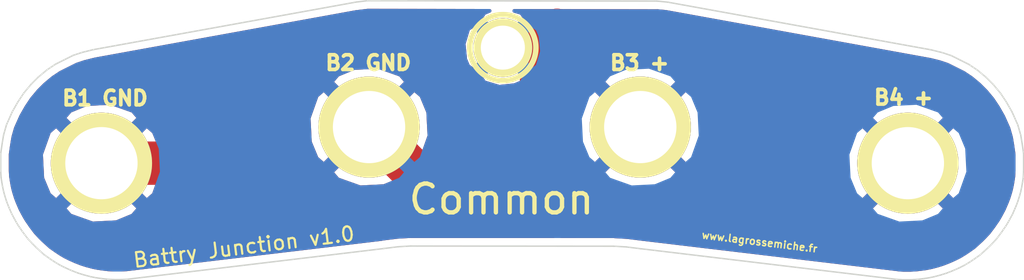
<source format=kicad_pcb>
(kicad_pcb (version 3) (host pcbnew "(2013-07-07 BZR 4022)-stable")

  (general
    (links 4)
    (no_connects 0)
    (area 65.737499 121.313 136.550001 144.05)
    (thickness 1.6)
    (drawings 115)
    (tracks 19)
    (zones 0)
    (modules 5)
    (nets 2)
  )

  (page A3)
  (layers
    (15 F.Cu signal)
    (0 B.Cu signal)
    (16 B.Adhes user hide)
    (17 F.Adhes user hide)
    (18 B.Paste user hide)
    (19 F.Paste user hide)
    (20 B.SilkS user)
    (21 F.SilkS user)
    (22 B.Mask user hide)
    (23 F.Mask user hide)
    (24 Dwgs.User user hide)
    (25 Cmts.User user hide)
    (26 Eco1.User user hide)
    (27 Eco2.User user)
    (28 Edge.Cuts user)
  )

  (setup
    (last_trace_width 3)
    (user_trace_width 3)
    (user_trace_width 5)
    (trace_clearance 0.254)
    (zone_clearance 0.508)
    (zone_45_only no)
    (trace_min 0.254)
    (segment_width 0.2)
    (edge_width 0.1)
    (via_size 0.889)
    (via_drill 0.635)
    (via_min_size 0.889)
    (via_min_drill 0.508)
    (uvia_size 0.508)
    (uvia_drill 0.127)
    (uvias_allowed no)
    (uvia_min_size 0.508)
    (uvia_min_drill 0.127)
    (pcb_text_width 0.3)
    (pcb_text_size 1.5 1.5)
    (mod_edge_width 0.15)
    (mod_text_size 1 1)
    (mod_text_width 0.15)
    (pad_size 3 4)
    (pad_drill 0)
    (pad_to_mask_clearance 0)
    (aux_axis_origin 72.75 133.25)
    (visible_elements 7FFFFFFF)
    (pcbplotparams
      (layerselection 268468225)
      (usegerberextensions true)
      (excludeedgelayer false)
      (linewidth 0.150000)
      (plotframeref false)
      (viasonmask false)
      (mode 1)
      (useauxorigin true)
      (hpglpennumber 1)
      (hpglpenspeed 20)
      (hpglpendiameter 15)
      (hpglpenoverlay 2)
      (psnegative false)
      (psa4output false)
      (plotreference false)
      (plotvalue false)
      (plotothertext false)
      (plotinvisibletext false)
      (padsonsilk false)
      (subtractmaskfromsilk false)
      (outputformat 1)
      (mirror false)
      (drillshape 0)
      (scaleselection 1)
      (outputdirectory gerber/common/))
  )

  (net 0 "")
  (net 1 GND)

  (net_class Default "This is the default net class."
    (clearance 0.254)
    (trace_width 0.254)
    (via_dia 0.889)
    (via_drill 0.635)
    (uvia_dia 0.508)
    (uvia_drill 0.127)
    (add_net "")
    (add_net GND)
  )

  (module 1pin (layer F.Cu) (tedit 5322CA74) (tstamp 52583440)
    (at 91.25 130.75)
    (descr "module 1 pin (ou trou mecanique de percage)")
    (tags DEV)
    (path /5257E8D2)
    (fp_text reference "B2 GND" (at -0.05 -4.45) (layer F.SilkS)
      (effects (font (size 1.016 1.016) (thickness 0.254)))
    )
    (fp_text value CONN_1 (at 0 2.794) (layer F.SilkS) hide
      (effects (font (size 1.016 1.016) (thickness 0.254)))
    )
    (fp_circle (center 0 0) (end 0 -2.286) (layer F.SilkS) (width 0.381))
    (pad 1 thru_hole circle (at 0 0) (size 7 7) (drill 5)
      (layers *.Cu *.Mask F.SilkS)
      (net 1 GND)
    )
  )

  (module 1pin (layer F.Cu) (tedit 5322CA6A) (tstamp 52583446)
    (at 72.75 133.25)
    (descr "module 1 pin (ou trou mecanique de percage)")
    (tags DEV)
    (path /5257E8E1)
    (fp_text reference "B1 GND" (at 0.25 -4.5) (layer F.SilkS)
      (effects (font (size 1.016 1.016) (thickness 0.254)))
    )
    (fp_text value CONN_1 (at 0 2.794) (layer F.SilkS) hide
      (effects (font (size 1.016 1.016) (thickness 0.254)))
    )
    (fp_circle (center 0 0) (end 0 -2.286) (layer F.SilkS) (width 0.381))
    (pad 1 thru_hole circle (at 0 0) (size 7 7) (drill 5)
      (layers *.Cu *.Mask F.SilkS)
      (net 1 GND)
    )
  )

  (module 1pin (layer F.Cu) (tedit 5322CA95) (tstamp 5258344C)
    (at 110 130.75)
    (descr "module 1 pin (ou trou mecanique de percage)")
    (tags DEV)
    (path /5257E8F0)
    (fp_text reference "B3 +" (at -0.05 -4.45) (layer F.SilkS)
      (effects (font (size 1.016 1.016) (thickness 0.254)))
    )
    (fp_text value CONN_1 (at 0 2.794) (layer F.SilkS) hide
      (effects (font (size 1.016 1.016) (thickness 0.254)))
    )
    (fp_circle (center 0 0) (end 0 -2.286) (layer F.SilkS) (width 0.381))
    (pad 1 thru_hole circle (at 0 0) (size 7 7) (drill 5)
      (layers *.Cu *.Mask F.SilkS)
      (net 1 GND)
    )
  )

  (module 1pin (layer F.Cu) (tedit 5322CAA1) (tstamp 52583452)
    (at 128.5 133.25)
    (descr "module 1 pin (ou trou mecanique de percage)")
    (tags DEV)
    (path /5257E8FF)
    (fp_text reference "B4 +" (at -0.3 -4.55) (layer F.SilkS)
      (effects (font (size 1.016 1.016) (thickness 0.254)))
    )
    (fp_text value CONN_1 (at 0 2.794) (layer F.SilkS) hide
      (effects (font (size 1.016 1.016) (thickness 0.254)))
    )
    (fp_circle (center 0 0) (end 0 -2.286) (layer F.SilkS) (width 0.381))
    (pad 1 thru_hole circle (at 0 0) (size 7 7) (drill 5)
      (layers *.Cu *.Mask F.SilkS)
      (net 1 GND)
    )
  )

  (module 1pin (layer F.Cu) (tedit 531725EB) (tstamp 525834E8)
    (at 100.5 125.25)
    (descr "module 1 pin (ou trou mecanique de percage)")
    (tags DEV)
    (path /5257EBE6)
    (fp_text reference P5 (at 0 -3.048) (layer F.SilkS) hide
      (effects (font (size 1.016 1.016) (thickness 0.254)))
    )
    (fp_text value CONN_1 (at 0 2.794) (layer F.SilkS) hide
      (effects (font (size 1.016 1.016) (thickness 0.254)))
    )
    (fp_circle (center 0 0) (end 0 -2.286) (layer F.SilkS) (width 0.381))
    (pad 1 thru_hole circle (at 0 0) (size 4.064 4.064) (drill 3.048)
      (layers *.Cu *.Mask F.SilkS)
      (net 1 GND)
    )
  )

  (gr_text www.lagrossemiche.fr (at 118.25 138.7 353) (layer F.SilkS)
    (effects (font (size 0.5 0.5) (thickness 0.1)))
  )
  (gr_text "Battry Junction v1.0" (at 82.6 139.05 7) (layer F.SilkS)
    (effects (font (size 1 1) (thickness 0.15)))
  )
  (gr_text "Top\nBattry Junction v1.0\nLagrossemiche" (at 97.1 138.05) (layer Dwgs.User)
    (effects (font (size 1.5 1.5) (thickness 0.3)))
  )
  (gr_text Common (at 100.4 135.75) (layer F.SilkS)
    (effects (font (size 2 2) (thickness 0.3)))
  )
  (gr_line (start 94.14 138.99) (end 108.16 139) (angle 90) (layer Edge.Cuts) (width 0.1))
  (gr_line (start 91.125 122) (end 90.39 122.09) (angle 90) (layer Edge.Cuts) (width 0.1))
  (gr_line (start 111.15 122.025) (end 91.125 122) (angle 90) (layer Edge.Cuts) (width 0.1))
  (gr_line (start 90.3875 122.0875) (end 72.1875 125.3875) (angle 90) (layer Edge.Cuts) (width 0.1) (tstamp 5317020E))
  (gr_line (start 72.1875 125.3875) (end 71.3875 125.5875) (angle 90) (layer Edge.Cuts) (width 0.1) (tstamp 5317020D))
  (gr_line (start 71.3875 125.5875) (end 70.7875 125.7875) (angle 90) (layer Edge.Cuts) (width 0.1) (tstamp 5317020C))
  (gr_line (start 70.7875 125.7875) (end 70.1875 126.0875) (angle 90) (layer Edge.Cuts) (width 0.1) (tstamp 5317020B))
  (gr_line (start 70.1875 126.0875) (end 69.5875 126.3875) (angle 90) (layer Edge.Cuts) (width 0.1) (tstamp 5317020A))
  (gr_line (start 69.5875 126.3875) (end 68.9875 126.7875) (angle 90) (layer Edge.Cuts) (width 0.1) (tstamp 53170209))
  (gr_line (start 68.9875 126.7875) (end 68.3875 127.2875) (angle 90) (layer Edge.Cuts) (width 0.1) (tstamp 53170208))
  (gr_line (start 68.3875 127.2875) (end 67.8875 127.7875) (angle 90) (layer Edge.Cuts) (width 0.1) (tstamp 53170207))
  (gr_line (start 67.8875 127.7875) (end 67.3875 128.3875) (angle 90) (layer Edge.Cuts) (width 0.1) (tstamp 53170206))
  (gr_line (start 67.3875 128.3875) (end 66.9875 128.9875) (angle 90) (layer Edge.Cuts) (width 0.1) (tstamp 53170205))
  (gr_line (start 66.9875 128.9875) (end 66.5875 129.6875) (angle 90) (layer Edge.Cuts) (width 0.1) (tstamp 53170204))
  (gr_line (start 66.5875 129.6875) (end 66.1875 130.5875) (angle 90) (layer Edge.Cuts) (width 0.1) (tstamp 53170203))
  (gr_line (start 66.1875 130.5875) (end 65.9875 131.2875) (angle 90) (layer Edge.Cuts) (width 0.1) (tstamp 53170202))
  (gr_line (start 65.9875 131.2875) (end 65.8875 131.8875) (angle 90) (layer Edge.Cuts) (width 0.1) (tstamp 53170201))
  (gr_line (start 65.8875 131.8875) (end 65.7875 132.5875) (angle 90) (layer Edge.Cuts) (width 0.1) (tstamp 53170200))
  (gr_line (start 65.7875 132.5875) (end 65.7875 133.7875) (angle 90) (layer Edge.Cuts) (width 0.1) (tstamp 531701FF))
  (gr_line (start 65.7875 133.7875) (end 65.8125 134.2375) (angle 90) (layer Edge.Cuts) (width 0.1) (tstamp 531701FE))
  (gr_line (start 65.8125 134.2375) (end 65.8625 134.5625) (angle 90) (layer Edge.Cuts) (width 0.1) (tstamp 531701FD))
  (gr_line (start 65.8625 134.5625) (end 65.9125 134.8625) (angle 90) (layer Edge.Cuts) (width 0.1) (tstamp 531701FC))
  (gr_line (start 65.9125 134.8625) (end 65.9875 135.2125) (angle 90) (layer Edge.Cuts) (width 0.1) (tstamp 531701FB))
  (gr_line (start 65.9875 135.2125) (end 66.0625 135.4875) (angle 90) (layer Edge.Cuts) (width 0.1) (tstamp 531701FA))
  (gr_line (start 66.0625 135.4875) (end 66.1875 135.8875) (angle 90) (layer Edge.Cuts) (width 0.1) (tstamp 531701F9))
  (gr_line (start 66.1875 135.8875) (end 66.3125 136.2125) (angle 90) (layer Edge.Cuts) (width 0.1) (tstamp 531701F8))
  (gr_line (start 66.3125 136.2125) (end 66.3875 136.3875) (angle 90) (layer Edge.Cuts) (width 0.1) (tstamp 531701F7))
  (gr_line (start 66.3875 136.3875) (end 66.5375 136.7375) (angle 90) (layer Edge.Cuts) (width 0.1) (tstamp 531701F6))
  (gr_line (start 66.5375 136.7375) (end 66.7375 137.1125) (angle 90) (layer Edge.Cuts) (width 0.1) (tstamp 531701F5))
  (gr_line (start 66.7375 137.1125) (end 66.8625 137.3375) (angle 90) (layer Edge.Cuts) (width 0.1) (tstamp 531701F4))
  (gr_line (start 66.8625 137.3375) (end 67.0125 137.5875) (angle 90) (layer Edge.Cuts) (width 0.1) (tstamp 531701F3))
  (gr_line (start 67.0125 137.5875) (end 67.1875 137.8375) (angle 90) (layer Edge.Cuts) (width 0.1) (tstamp 531701F2))
  (gr_line (start 67.1875 137.8375) (end 67.2875 137.9875) (angle 90) (layer Edge.Cuts) (width 0.1) (tstamp 531701F1))
  (gr_line (start 67.2875 137.9875) (end 67.4375 138.1875) (angle 90) (layer Edge.Cuts) (width 0.1) (tstamp 531701F0))
  (gr_line (start 67.4375 138.1875) (end 67.6625 138.4875) (angle 90) (layer Edge.Cuts) (width 0.1) (tstamp 531701EF))
  (gr_line (start 67.6625 138.4875) (end 67.9875 138.8375) (angle 90) (layer Edge.Cuts) (width 0.1) (tstamp 531701EE))
  (gr_line (start 67.9875 138.8375) (end 68.2375 139.0875) (angle 90) (layer Edge.Cuts) (width 0.1) (tstamp 531701ED))
  (gr_line (start 68.2375 139.0875) (end 68.5125 139.3375) (angle 90) (layer Edge.Cuts) (width 0.1) (tstamp 531701EC))
  (gr_line (start 68.5125 139.3375) (end 68.7875 139.5875) (angle 90) (layer Edge.Cuts) (width 0.1) (tstamp 531701EB))
  (gr_line (start 68.7875 139.5875) (end 69.2125 139.8875) (angle 90) (layer Edge.Cuts) (width 0.1) (tstamp 531701EA))
  (gr_line (start 69.2125 139.8875) (end 69.5125 140.0875) (angle 90) (layer Edge.Cuts) (width 0.1) (tstamp 531701E9))
  (gr_line (start 69.5125 140.0875) (end 69.8875 140.3125) (angle 90) (layer Edge.Cuts) (width 0.1) (tstamp 531701E8))
  (gr_line (start 69.8875 140.3125) (end 70.2375 140.4875) (angle 90) (layer Edge.Cuts) (width 0.1) (tstamp 531701E7))
  (gr_line (start 70.2375 140.4875) (end 70.6875 140.6875) (angle 90) (layer Edge.Cuts) (width 0.1) (tstamp 531701E6))
  (gr_line (start 70.6875 140.6875) (end 71.1375 140.8625) (angle 90) (layer Edge.Cuts) (width 0.1) (tstamp 531701E5))
  (gr_line (start 71.1375 140.8625) (end 71.5375 140.9875) (angle 90) (layer Edge.Cuts) (width 0.1) (tstamp 531701E4))
  (gr_line (start 71.5375 140.9875) (end 72.0125 141.1125) (angle 90) (layer Edge.Cuts) (width 0.1) (tstamp 531701E3))
  (gr_line (start 72.0125 141.1125) (end 72.3875 141.1875) (angle 90) (layer Edge.Cuts) (width 0.1) (tstamp 531701E2))
  (gr_line (start 72.3875 141.1875) (end 72.7375 141.2375) (angle 90) (layer Edge.Cuts) (width 0.1) (tstamp 531701E1))
  (gr_line (start 72.7375 141.2375) (end 73.1625 141.2875) (angle 90) (layer Edge.Cuts) (width 0.1) (tstamp 531701E0))
  (gr_line (start 73.1625 141.2875) (end 73.5875 141.3125) (angle 90) (layer Edge.Cuts) (width 0.1) (tstamp 531701DF))
  (gr_line (start 73.5875 141.3125) (end 74.1125 141.3125) (angle 90) (layer Edge.Cuts) (width 0.1) (tstamp 531701DE))
  (gr_line (start 74.1125 141.3125) (end 74.5375 141.2875) (angle 90) (layer Edge.Cuts) (width 0.1) (tstamp 531701DD))
  (gr_line (start 74.5375 141.2875) (end 92.2625 139.1625) (angle 90) (layer Edge.Cuts) (width 0.1) (tstamp 531701DC))
  (gr_line (start 92.2625 139.1625) (end 93.2625 139.0375) (angle 90) (layer Edge.Cuts) (width 0.1) (tstamp 531701DB))
  (gr_line (start 93.2625 139.0375) (end 94.1375 138.9875) (angle 90) (layer Edge.Cuts) (width 0.1) (tstamp 531701DA))
  (gr_line (start 111.925 122.1) (end 111.15 122.025) (angle 90) (layer Edge.Cuts) (width 0.1))
  (gr_line (start 109.025 139.05) (end 108.15 139) (angle 90) (layer Edge.Cuts) (width 0.1))
  (gr_line (start 110.025 139.175) (end 109.025 139.05) (angle 90) (layer Edge.Cuts) (width 0.1))
  (gr_line (start 127.75 141.3) (end 110.025 139.175) (angle 90) (layer Edge.Cuts) (width 0.1))
  (gr_line (start 128.175 141.325) (end 127.75 141.3) (angle 90) (layer Edge.Cuts) (width 0.1))
  (gr_line (start 128.7 141.325) (end 128.175 141.325) (angle 90) (layer Edge.Cuts) (width 0.1))
  (gr_line (start 129.125 141.3) (end 128.7 141.325) (angle 90) (layer Edge.Cuts) (width 0.1))
  (gr_line (start 129.55 141.25) (end 129.125 141.3) (angle 90) (layer Edge.Cuts) (width 0.1))
  (gr_line (start 129.9 141.2) (end 129.55 141.25) (angle 90) (layer Edge.Cuts) (width 0.1))
  (gr_line (start 130.275 141.125) (end 129.9 141.2) (angle 90) (layer Edge.Cuts) (width 0.1))
  (gr_line (start 130.75 141) (end 130.275 141.125) (angle 90) (layer Edge.Cuts) (width 0.1))
  (gr_line (start 131.15 140.875) (end 130.75 141) (angle 90) (layer Edge.Cuts) (width 0.1))
  (gr_line (start 131.6 140.7) (end 131.15 140.875) (angle 90) (layer Edge.Cuts) (width 0.1))
  (gr_line (start 132.05 140.5) (end 131.6 140.7) (angle 90) (layer Edge.Cuts) (width 0.1))
  (gr_line (start 132.4 140.325) (end 132.05 140.5) (angle 90) (layer Edge.Cuts) (width 0.1))
  (gr_line (start 132.775 140.1) (end 132.4 140.325) (angle 90) (layer Edge.Cuts) (width 0.1))
  (gr_line (start 133.075 139.9) (end 132.775 140.1) (angle 90) (layer Edge.Cuts) (width 0.1))
  (gr_line (start 133.5 139.6) (end 133.075 139.9) (angle 90) (layer Edge.Cuts) (width 0.1))
  (gr_line (start 133.775 139.35) (end 133.5 139.6) (angle 90) (layer Edge.Cuts) (width 0.1))
  (gr_line (start 134.05 139.1) (end 133.775 139.35) (angle 90) (layer Edge.Cuts) (width 0.1))
  (gr_line (start 134.3 138.85) (end 134.05 139.1) (angle 90) (layer Edge.Cuts) (width 0.1))
  (gr_line (start 134.625 138.5) (end 134.3 138.85) (angle 90) (layer Edge.Cuts) (width 0.1))
  (gr_line (start 134.85 138.2) (end 134.625 138.5) (angle 90) (layer Edge.Cuts) (width 0.1))
  (gr_line (start 135 138) (end 134.85 138.2) (angle 90) (layer Edge.Cuts) (width 0.1))
  (gr_line (start 135.1 137.85) (end 135 138) (angle 90) (layer Edge.Cuts) (width 0.1))
  (gr_line (start 135.275 137.6) (end 135.1 137.85) (angle 90) (layer Edge.Cuts) (width 0.1))
  (gr_line (start 135.425 137.35) (end 135.275 137.6) (angle 90) (layer Edge.Cuts) (width 0.1))
  (gr_line (start 135.55 137.125) (end 135.425 137.35) (angle 90) (layer Edge.Cuts) (width 0.1))
  (gr_line (start 135.75 136.75) (end 135.55 137.125) (angle 90) (layer Edge.Cuts) (width 0.1))
  (gr_line (start 135.9 136.4) (end 135.75 136.75) (angle 90) (layer Edge.Cuts) (width 0.1))
  (gr_line (start 135.975 136.225) (end 135.9 136.4) (angle 90) (layer Edge.Cuts) (width 0.1))
  (gr_line (start 136.1 135.9) (end 135.975 136.225) (angle 90) (layer Edge.Cuts) (width 0.1))
  (gr_line (start 136.225 135.5) (end 136.1 135.9) (angle 90) (layer Edge.Cuts) (width 0.1))
  (gr_line (start 136.3 135.225) (end 136.225 135.5) (angle 90) (layer Edge.Cuts) (width 0.1))
  (gr_line (start 136.375 134.875) (end 136.3 135.225) (angle 90) (layer Edge.Cuts) (width 0.1))
  (gr_line (start 136.425 134.575) (end 136.375 134.875) (angle 90) (layer Edge.Cuts) (width 0.1))
  (gr_line (start 136.475 134.25) (end 136.425 134.575) (angle 90) (layer Edge.Cuts) (width 0.1))
  (gr_line (start 136.5 133.8) (end 136.475 134.25) (angle 90) (layer Edge.Cuts) (width 0.1))
  (gr_line (start 136.5 132.6) (end 136.5 133.8) (angle 90) (layer Edge.Cuts) (width 0.1))
  (gr_line (start 136.4 131.9) (end 136.5 132.6) (angle 90) (layer Edge.Cuts) (width 0.1))
  (gr_line (start 136.3 131.3) (end 136.4 131.9) (angle 90) (layer Edge.Cuts) (width 0.1))
  (gr_line (start 136.1 130.6) (end 136.3 131.3) (angle 90) (layer Edge.Cuts) (width 0.1))
  (gr_line (start 135.7 129.7) (end 136.1 130.6) (angle 90) (layer Edge.Cuts) (width 0.1))
  (gr_line (start 135.3 129) (end 135.7 129.7) (angle 90) (layer Edge.Cuts) (width 0.1))
  (gr_line (start 134.9 128.4) (end 135.3 129) (angle 90) (layer Edge.Cuts) (width 0.1))
  (gr_line (start 134.4 127.8) (end 134.9 128.4) (angle 90) (layer Edge.Cuts) (width 0.1))
  (gr_line (start 133.9 127.3) (end 134.4 127.8) (angle 90) (layer Edge.Cuts) (width 0.1))
  (gr_line (start 133.3 126.8) (end 133.9 127.3) (angle 90) (layer Edge.Cuts) (width 0.1))
  (gr_line (start 132.7 126.4) (end 133.3 126.8) (angle 90) (layer Edge.Cuts) (width 0.1))
  (gr_line (start 132.1 126.1) (end 132.7 126.4) (angle 90) (layer Edge.Cuts) (width 0.1))
  (gr_line (start 131.5 125.8) (end 132.1 126.1) (angle 90) (layer Edge.Cuts) (width 0.1))
  (gr_line (start 130.9 125.6) (end 131.5 125.8) (angle 90) (layer Edge.Cuts) (width 0.1))
  (gr_line (start 130.1 125.4) (end 130.9 125.6) (angle 90) (layer Edge.Cuts) (width 0.1))
  (gr_line (start 111.9 122.1) (end 130.1 125.4) (angle 90) (layer Edge.Cuts) (width 0.1))
  (gr_circle (center 110 130.7) (end 110.6 135.7) (layer Dwgs.User) (width 0.2))

  (segment (start 72.75 133.25) (end 83.1104 133.25) (width 3) (layer F.Cu) (net 1) (status 400000))
  (segment (start 103.1748 134.5692) (end 103.1748 132.7912) (width 3) (layer F.Cu) (net 1) (tstamp 53579071))
  (segment (start 105.5116 136.906) (end 103.1748 134.5692) (width 3) (layer F.Cu) (net 1) (tstamp 53579070))
  (segment (start 86.7664 136.906) (end 105.5116 136.906) (width 3) (layer F.Cu) (net 1) (tstamp 53579068))
  (segment (start 83.1104 133.25) (end 86.7664 136.906) (width 3) (layer F.Cu) (net 1) (tstamp 53579066))
  (segment (start 103.1748 128.3208) (end 103.1748 132.7912) (width 3) (layer F.Cu) (net 1))
  (segment (start 103.1748 132.7912) (end 102.0064 133.9596) (width 3) (layer F.Cu) (net 1) (tstamp 53579050))
  (segment (start 102.0064 133.9596) (end 102.7176 134.6708) (width 3) (layer F.Cu) (net 1) (tstamp 53579057))
  (segment (start 102.7176 134.6708) (end 102.7176 133.9596) (width 3) (layer F.Cu) (net 1) (tstamp 5357905A))
  (segment (start 100.5 125.25) (end 103.0452 125.25) (width 3) (layer F.Cu) (net 1) (status 400000))
  (segment (start 95.5264 135.0264) (end 91.25 130.75) (width 3) (layer F.Cu) (net 1) (tstamp 53579043) (status 800000))
  (segment (start 96.012 135.0264) (end 95.5264 135.0264) (width 3) (layer F.Cu) (net 1) (tstamp 53579040))
  (segment (start 97.0788 133.9596) (end 96.012 135.0264) (width 3) (layer F.Cu) (net 1) (tstamp 5357903C))
  (segment (start 102.0064 133.9596) (end 102.7176 133.9596) (width 3) (layer F.Cu) (net 1) (tstamp 53579039))
  (segment (start 102.7176 133.9596) (end 97.0788 133.9596) (width 3) (layer F.Cu) (net 1) (tstamp 5357905B))
  (segment (start 103.1748 127.2032) (end 103.1748 128.3208) (width 3) (layer F.Cu) (net 1) (tstamp 5357900B))
  (segment (start 104.2416 126.1364) (end 103.1748 127.2032) (width 3) (layer F.Cu) (net 1) (tstamp 53579007))
  (segment (start 104.2416 124.0536) (end 104.2416 126.1364) (width 3) (layer F.Cu) (net 1) (tstamp 53579006))
  (segment (start 103.0452 125.25) (end 104.2416 124.0536) (width 3) (layer F.Cu) (net 1) (tstamp 53579003))

  (zone (net 1) (net_name GND) (layer F.Cu) (tstamp 53172166) (hatch edge 0.508)
    (connect_pads (clearance 0.508))
    (min_thickness 0.254)
    (fill (arc_segments 16) (thermal_gap 0.508) (thermal_bridge_width 1.016))
    (polygon
      (pts
        (xy 104.14 139) (xy 93.55 139) (xy 92.45 139.15) (xy 92.446777 139.12662) (xy 88.3 139.65)
        (xy 88.300183 139.650825) (xy 74.4 141.3) (xy 73.05 141.3) (xy 72.15 141.15) (xy 71.4 140.95)
        (xy 70.7 140.7) (xy 69.4 140.05) (xy 68.9 139.7) (xy 68.35 139.2) (xy 67.85 138.7)
        (xy 67.35 138.1) (xy 66.9 137.4) (xy 66.4 136.5) (xy 66.1 135.6) (xy 65.85 134.55)
        (xy 65.8 134.05) (xy 65.8 132.55) (xy 65.9 131.85) (xy 66.05 131) (xy 66.25 130.4)
        (xy 66.6 129.65) (xy 67.1 128.8) (xy 67.35 128.45) (xy 67.75 127.95) (xy 68.1 127.55)
        (xy 68.9 126.85) (xy 69.5 126.45) (xy 70.15 126.1) (xy 70.85 125.75) (xy 71.35 125.6)
        (xy 71.9 125.45) (xy 72.7 125.3) (xy 73.95 125.05) (xy 89.9 122.15) (xy 90.10377 122.127358)
        (xy 90.1 122.1) (xy 91.2 122) (xy 104.14 122.032349)
      )
    )
    (filled_polygon
      (pts
        (xy 104.013 138.305) (xy 103.206976 138.305) (xy 103.206976 125.508061) (xy 103.099676 124.452503) (xy 102.902163 123.975668)
        (xy 102.559798 123.729018) (xy 101.038815 125.25) (xy 102.559798 126.770982) (xy 102.902163 126.524332) (xy 103.206976 125.508061)
        (xy 103.206976 138.305) (xy 102.020982 138.305) (xy 102.020982 127.309798) (xy 100.5 125.788815) (xy 99.961185 126.32763)
        (xy 99.961185 125.25) (xy 98.440202 123.729018) (xy 98.097837 123.975668) (xy 97.793024 124.991939) (xy 97.900324 126.047497)
        (xy 98.097837 126.524332) (xy 98.440202 126.770982) (xy 99.961185 125.25) (xy 99.961185 126.32763) (xy 98.979018 127.309798)
        (xy 99.225668 127.652163) (xy 100.241939 127.956976) (xy 101.297497 127.849676) (xy 101.774332 127.652163) (xy 102.020982 127.309798)
        (xy 102.020982 138.305) (xy 95.421689 138.305) (xy 95.421689 131.359708) (xy 95.337463 129.71686) (xy 94.870813 128.590267)
        (xy 94.375645 128.16317) (xy 93.83683 128.701985) (xy 93.83683 127.624355) (xy 93.409733 127.129187) (xy 91.859708 126.578311)
        (xy 90.21686 126.662537) (xy 89.090267 127.129187) (xy 88.66317 127.624355) (xy 91.25 130.211185) (xy 93.83683 127.624355)
        (xy 93.83683 128.701985) (xy 91.788815 130.75) (xy 94.375645 133.33683) (xy 94.870813 132.909733) (xy 95.421689 131.359708)
        (xy 95.421689 138.305) (xy 94.14 138.305) (xy 94.128053 138.307376) (xy 94.098042 138.303185) (xy 93.83683 138.318246)
        (xy 93.83683 133.875645) (xy 91.25 131.288815) (xy 90.711185 131.82763) (xy 90.711185 130.75) (xy 88.124355 128.16317)
        (xy 87.629187 128.590267) (xy 87.078311 130.140292) (xy 87.162537 131.78314) (xy 87.629187 132.909733) (xy 88.124355 133.33683)
        (xy 90.711185 130.75) (xy 90.711185 131.82763) (xy 88.66317 133.875645) (xy 89.090267 134.370813) (xy 90.640292 134.921689)
        (xy 92.28314 134.837463) (xy 93.409733 134.370813) (xy 93.83683 133.875645) (xy 93.83683 138.318246) (xy 93.223069 138.353636)
        (xy 93.199488 138.359756) (xy 93.177887 138.358189) (xy 92.177833 138.482753) (xy 92.124114 138.50057) (xy 76.921689 140.313349)
        (xy 76.921689 133.859708) (xy 76.837463 132.21686) (xy 76.370813 131.090267) (xy 75.875645 130.66317) (xy 75.33683 131.201985)
        (xy 75.33683 130.124355) (xy 74.909733 129.629187) (xy 73.359708 129.078311) (xy 71.71686 129.162537) (xy 70.590267 129.629187)
        (xy 70.16317 130.124355) (xy 72.75 132.711185) (xy 75.33683 130.124355) (xy 75.33683 131.201985) (xy 73.288815 133.25)
        (xy 75.875645 135.83683) (xy 76.370813 135.409733) (xy 76.921689 133.859708) (xy 76.921689 140.313349) (xy 75.33683 140.502332)
        (xy 75.33683 136.375645) (xy 72.75 133.788815) (xy 72.211185 134.32763) (xy 72.211185 133.25) (xy 69.624355 130.66317)
        (xy 69.129187 131.090267) (xy 68.578311 132.640292) (xy 68.662537 134.28314) (xy 69.129187 135.409733) (xy 69.624355 135.83683)
        (xy 72.211185 133.25) (xy 72.211185 134.32763) (xy 70.16317 136.375645) (xy 70.590267 136.870813) (xy 72.140292 137.421689)
        (xy 73.78314 137.337463) (xy 74.909733 136.870813) (xy 75.33683 136.375645) (xy 75.33683 140.502332) (xy 74.480758 140.604413)
        (xy 74.092174 140.6275) (xy 73.603635 140.6275) (xy 73.224102 140.604952) (xy 72.833273 140.55904) (xy 72.504139 140.512197)
        (xy 72.17284 140.445997) (xy 71.720045 140.32721) (xy 71.358744 140.213984) (xy 70.944994 140.052671) (xy 70.525503 139.8659)
        (xy 70.214518 139.710171) (xy 69.878004 139.507972) (xy 69.605103 139.32597) (xy 69.215956 139.051458) (xy 68.973514 138.830853)
        (xy 68.972765 138.830402) (xy 68.710449 138.591713) (xy 68.484153 138.365417) (xy 68.190012 138.048884) (xy 67.98568 137.77674)
        (xy 67.985389 137.776133) (xy 67.847104 137.591955) (xy 67.757389 137.457432) (xy 67.751883 137.451916) (xy 67.748653 137.444575)
        (xy 67.588855 137.21636) (xy 67.458679 136.99971) (xy 67.342072 136.790209) (xy 67.341937 136.789761) (xy 67.155614 136.440809)
        (xy 67.017116 136.11767) (xy 67.017112 136.117648) (xy 66.944952 135.949286) (xy 66.836632 135.667104) (xy 66.721729 135.300444)
        (xy 66.653423 135.050759) (xy 66.586463 134.738415) (xy 66.538106 134.449442) (xy 66.537768 134.44855) (xy 66.494845 134.168046)
        (xy 66.4725 133.768364) (xy 66.4725 132.635998) (xy 66.562834 132.001274) (xy 66.563106 132.000558) (xy 66.657767 131.43488)
        (xy 66.83134 130.825548) (xy 67.202621 129.991635) (xy 67.565639 129.355196) (xy 67.937889 128.79703) (xy 68.393269 128.250466)
        (xy 68.849879 127.793857) (xy 69.398526 127.336742) (xy 69.931309 126.98142) (xy 70.492192 126.700551) (xy 70.494215 126.699996)
        (xy 71.04759 126.422886) (xy 71.583622 126.244571) (xy 72.339709 126.056058) (xy 90.437156 122.767194) (xy 90.473481 122.769894)
        (xy 91.164318 122.685069) (xy 99.583146 122.699763) (xy 99.225668 122.847837) (xy 98.979018 123.190202) (xy 100.5 124.711185)
        (xy 102.020982 123.190202) (xy 101.774332 122.847837) (xy 101.290577 122.702743) (xy 104.013 122.707494) (xy 104.013 138.305)
      )
    )
  )
  (zone (net 1) (net_name GND) (layer B.Cu) (tstamp 53172166) (hatch edge 0.508)
    (connect_pads (clearance 0.508))
    (min_thickness 0.254)
    (fill (arc_segments 16) (thermal_gap 0.508) (thermal_bridge_width 1.016))
    (polygon
      (pts
        (xy 136.51 133.52) (xy 136.5 133.85) (xy 136.48 134.21) (xy 136.43 134.59) (xy 136.37 134.89)
        (xy 136.31 135.21) (xy 136.16 135.72) (xy 135.94 136.33) (xy 135.69 136.86) (xy 135.51 137.2)
        (xy 135.3 137.58) (xy 134.94 138.08) (xy 134.73 138.39) (xy 134.51 138.64) (xy 134.28 138.87)
        (xy 133.97 139.19) (xy 133.62 139.49) (xy 133.34 139.72) (xy 132.93 140) (xy 132.47 140.29)
        (xy 131.94 140.56) (xy 131.35 140.8) (xy 130.8 141) (xy 129.98 141.18) (xy 129.31 141.3)
        (xy 128.23 141.34) (xy 109.64 139.13) (xy 109.155388 139.052743) (xy 109.15 139.1) (xy 108.5 139.05)
        (xy 107.9 139) (xy 93.8 139) (xy 93.05815 139.049456) (xy 93.038002 139.051999) (xy 92.75 139.1)
        (xy 92.75 139.088349) (xy 88.3 139.65) (xy 88.300183 139.650825) (xy 74.4 141.3) (xy 73.05 141.3)
        (xy 72.15 141.15) (xy 71.4 140.95) (xy 70.7 140.7) (xy 69.4 140.05) (xy 68.9 139.7)
        (xy 68.35 139.2) (xy 67.85 138.7) (xy 67.35 138.1) (xy 66.9 137.4) (xy 66.4 136.5)
        (xy 66.1 135.6) (xy 65.85 134.55) (xy 65.8 134.05) (xy 65.8 132.55) (xy 65.9 131.85)
        (xy 66.05 131) (xy 66.25 130.4) (xy 66.6 129.65) (xy 67.1 128.8) (xy 67.35 128.45)
        (xy 67.75 127.95) (xy 68.1 127.55) (xy 68.9 126.85) (xy 69.5 126.45) (xy 70.15 126.1)
        (xy 70.85 125.75) (xy 71.35 125.6) (xy 71.9 125.45) (xy 72.7 125.3) (xy 73.95 125.05)
        (xy 89.9 122.15) (xy 90.8 122.05) (xy 91.005147 122.05) (xy 91 122) (xy 110.54 122)
        (xy 111.1 122) (xy 111.097101 122.025417) (xy 111.23 122.03) (xy 111.95 122.11) (xy 129.3 125.25)
        (xy 129.95 125.38) (xy 130.21 125.42) (xy 130.7 125.54) (xy 131.37 125.75) (xy 131.71 125.91)
        (xy 132.74 126.42) (xy 133.3 126.8) (xy 133.7 127.11) (xy 134.16 127.55) (xy 134.89 128.38)
        (xy 135.3 129) (xy 135.67 129.63) (xy 136.02 130.41) (xy 136.32 131.35) (xy 136.44 132.18)
        (xy 136.5 132.58) (xy 136.51 133.52)
      )
    )
    (filled_polygon
      (pts
        (xy 135.815 133.7837) (xy 135.793058 134.176155) (xy 135.747882 134.471386) (xy 135.74791 134.472023) (xy 135.70184 134.747324)
        (xy 135.633389 135.066618) (xy 135.565169 135.315988) (xy 135.453867 135.671151) (xy 135.340167 135.967351) (xy 135.270392 136.13015)
        (xy 135.270381 136.130199) (xy 135.130996 136.455407) (xy 134.945743 136.802357) (xy 134.945606 136.802806) (xy 134.829287 137.011789)
        (xy 134.699845 137.227217) (xy 134.538881 137.4571) (xy 134.535663 137.464413) (xy 134.530137 137.469949) (xy 134.439421 137.605971)
        (xy 134.302216 137.788712) (xy 134.301778 137.789623) (xy 134.097759 138.06135) (xy 133.806746 138.374517) (xy 133.579611 138.601652)
        (xy 133.31462 138.842775) (xy 133.313871 138.843227) (xy 133.069462 139.065621) (xy 132.68944 139.333698) (xy 132.671689 139.345536)
        (xy 132.671689 133.859708) (xy 132.587463 132.21686) (xy 132.120813 131.090267) (xy 131.625645 130.66317) (xy 131.08683 131.201985)
        (xy 131.08683 130.124355) (xy 130.659733 129.629187) (xy 129.109708 129.078311) (xy 127.46686 129.162537) (xy 126.340267 129.629187)
        (xy 125.91317 130.124355) (xy 128.5 132.711185) (xy 131.08683 130.124355) (xy 131.08683 131.201985) (xy 129.038815 133.25)
        (xy 131.625645 135.83683) (xy 132.120813 135.409733) (xy 132.671689 133.859708) (xy 132.671689 139.345536) (xy 132.413253 139.517892)
        (xy 132.072423 139.722683) (xy 131.763532 139.877365) (xy 131.344213 140.064057) (xy 131.08683 140.164406) (xy 131.08683 136.375645)
        (xy 128.5 133.788815) (xy 127.961185 134.32763) (xy 127.961185 133.25) (xy 125.374355 130.66317) (xy 124.879187 131.090267)
        (xy 124.328311 132.640292) (xy 124.412537 134.28314) (xy 124.879187 135.409733) (xy 125.374355 135.83683) (xy 127.961185 133.25)
        (xy 127.961185 134.32763) (xy 125.91317 136.375645) (xy 126.340267 136.870813) (xy 127.890292 137.421689) (xy 129.53314 137.337463)
        (xy 130.659733 136.870813) (xy 131.08683 136.375645) (xy 131.08683 140.164406) (xy 130.92751 140.226523) (xy 130.552982 140.343892)
        (xy 130.119768 140.457544) (xy 129.781274 140.525182) (xy 129.458804 140.571076) (xy 129.068975 140.61687) (xy 128.679674 140.64)
        (xy 128.191135 140.64) (xy 127.87048 140.62095) (xy 127.832452 140.608557) (xy 114.171689 138.979609) (xy 114.171689 131.359708)
        (xy 114.087463 129.71686) (xy 113.620813 128.590267) (xy 113.125645 128.16317) (xy 112.58683 128.701985) (xy 112.58683 127.624355)
        (xy 112.159733 127.129187) (xy 110.609708 126.578311) (xy 108.96686 126.662537) (xy 107.840267 127.129187) (xy 107.41317 127.624355)
        (xy 110 130.211185) (xy 112.58683 127.624355) (xy 112.58683 128.701985) (xy 110.538815 130.75) (xy 113.125645 133.33683)
        (xy 113.620813 132.909733) (xy 114.171689 131.359708) (xy 114.171689 138.979609) (xy 112.58683 138.790626) (xy 112.58683 133.875645)
        (xy 110 131.288815) (xy 109.461185 131.82763) (xy 109.461185 130.75) (xy 106.874355 128.16317) (xy 106.379187 128.590267)
        (xy 105.828311 130.140292) (xy 105.912537 131.78314) (xy 106.379187 132.909733) (xy 106.874355 133.33683) (xy 109.461185 130.75)
        (xy 109.461185 131.82763) (xy 107.41317 133.875645) (xy 107.840267 134.370813) (xy 109.390292 134.921689) (xy 111.03314 134.837463)
        (xy 112.159733 134.370813) (xy 112.58683 133.875645) (xy 112.58683 138.790626) (xy 110.111763 138.495493) (xy 110.109721 138.494816)
        (xy 109.109667 138.370253) (xy 109.085332 138.372018) (xy 109.064405 138.366587) (xy 108.226827 138.318292) (xy 108.160003 138.305)
        (xy 103.206976 138.305) (xy 103.206976 125.508061) (xy 103.099676 124.452503) (xy 102.902163 123.975668) (xy 102.559798 123.729018)
        (xy 101.038815 125.25) (xy 102.559798 126.770982) (xy 102.902163 126.524332) (xy 103.206976 125.508061) (xy 103.206976 138.305)
        (xy 102.020982 138.305) (xy 102.020982 127.309798) (xy 100.5 125.788815) (xy 99.961185 126.32763) (xy 99.961185 125.25)
        (xy 98.440202 123.729018) (xy 98.097837 123.975668) (xy 97.793024 124.991939) (xy 97.900324 126.047497) (xy 98.097837 126.524332)
        (xy 98.440202 126.770982) (xy 99.961185 125.25) (xy 99.961185 126.32763) (xy 98.979018 127.309798) (xy 99.225668 127.652163)
        (xy 100.241939 127.956976) (xy 101.297497 127.849676) (xy 101.774332 127.652163) (xy 102.020982 127.309798) (xy 102.020982 138.305)
        (xy 95.421689 138.305) (xy 95.421689 131.359708) (xy 95.337463 129.71686) (xy 94.870813 128.590267) (xy 94.375645 128.16317)
        (xy 93.83683 128.701985) (xy 93.83683 127.624355) (xy 93.409733 127.129187) (xy 91.859708 126.578311) (xy 90.21686 126.662537)
        (xy 89.090267 127.129187) (xy 88.66317 127.624355) (xy 91.25 130.211185) (xy 93.83683 127.624355) (xy 93.83683 128.701985)
        (xy 91.788815 130.75) (xy 94.375645 133.33683) (xy 94.870813 132.909733) (xy 95.421689 131.359708) (xy 95.421689 138.305)
        (xy 94.14 138.305) (xy 94.128053 138.307376) (xy 94.098042 138.303185) (xy 93.83683 138.318246) (xy 93.83683 133.875645)
        (xy 91.25 131.288815) (xy 90.711185 131.82763) (xy 90.711185 130.75) (xy 88.124355 128.16317) (xy 87.629187 128.590267)
        (xy 87.078311 130.140292) (xy 87.162537 131.78314) (xy 87.629187 132.909733) (xy 88.124355 133.33683) (xy 90.711185 130.75)
        (xy 90.711185 131.82763) (xy 88.66317 133.875645) (xy 89.090267 134.370813) (xy 90.640292 134.921689) (xy 92.28314 134.837463)
        (xy 93.409733 134.370813) (xy 93.83683 133.875645) (xy 93.83683 138.318246) (xy 93.223069 138.353636) (xy 93.199488 138.359756)
        (xy 93.177887 138.358189) (xy 92.177833 138.482753) (xy 92.124114 138.50057) (xy 76.921689 140.313349) (xy 76.921689 133.859708)
        (xy 76.837463 132.21686) (xy 76.370813 131.090267) (xy 75.875645 130.66317) (xy 75.33683 131.201985) (xy 75.33683 130.124355)
        (xy 74.909733 129.629187) (xy 73.359708 129.078311) (xy 71.71686 129.162537) (xy 70.590267 129.629187) (xy 70.16317 130.124355)
        (xy 72.75 132.711185) (xy 75.33683 130.124355) (xy 75.33683 131.201985) (xy 73.288815 133.25) (xy 75.875645 135.83683)
        (xy 76.370813 135.409733) (xy 76.921689 133.859708) (xy 76.921689 140.313349) (xy 75.33683 140.502332) (xy 75.33683 136.375645)
        (xy 72.75 133.788815) (xy 72.211185 134.32763) (xy 72.211185 133.25) (xy 69.624355 130.66317) (xy 69.129187 131.090267)
        (xy 68.578311 132.640292) (xy 68.662537 134.28314) (xy 69.129187 135.409733) (xy 69.624355 135.83683) (xy 72.211185 133.25)
        (xy 72.211185 134.32763) (xy 70.16317 136.375645) (xy 70.590267 136.870813) (xy 72.140292 137.421689) (xy 73.78314 137.337463)
        (xy 74.909733 136.870813) (xy 75.33683 136.375645) (xy 75.33683 140.502332) (xy 74.480758 140.604413) (xy 74.092174 140.6275)
        (xy 73.603635 140.6275) (xy 73.224102 140.604952) (xy 72.833273 140.55904) (xy 72.504139 140.512197) (xy 72.17284 140.445997)
        (xy 71.720045 140.32721) (xy 71.358744 140.213984) (xy 70.944994 140.052671) (xy 70.525503 139.8659) (xy 70.214518 139.710171)
        (xy 69.878004 139.507972) (xy 69.605103 139.32597) (xy 69.215956 139.051458) (xy 68.973514 138.830853) (xy 68.972765 138.830402)
        (xy 68.710449 138.591713) (xy 68.484153 138.365417) (xy 68.190012 138.048884) (xy 67.98568 137.77674) (xy 67.985389 137.776133)
        (xy 67.847104 137.591955) (xy 67.757389 137.457432) (xy 67.751883 137.451916) (xy 67.748653 137.444575) (xy 67.588855 137.21636)
        (xy 67.458679 136.99971) (xy 67.342072 136.790209) (xy 67.341937 136.789761) (xy 67.155614 136.440809) (xy 67.017116 136.11767)
        (xy 67.017112 136.117648) (xy 66.944952 135.949286) (xy 66.836632 135.667104) (xy 66.721729 135.300444) (xy 66.653423 135.050759)
        (xy 66.586463 134.738415) (xy 66.538106 134.449442) (xy 66.537768 134.44855) (xy 66.494845 134.168046) (xy 66.4725 133.768364)
        (xy 66.4725 132.635998) (xy 66.562834 132.001274) (xy 66.563106 132.000558) (xy 66.657767 131.43488) (xy 66.83134 130.825548)
        (xy 67.202621 129.991635) (xy 67.565639 129.355196) (xy 67.937889 128.79703) (xy 68.393269 128.250466) (xy 68.849879 127.793857)
        (xy 69.398526 127.336742) (xy 69.931309 126.98142) (xy 70.492192 126.700551) (xy 70.494215 126.699996) (xy 71.04759 126.422886)
        (xy 71.583622 126.244571) (xy 72.339709 126.056058) (xy 90.437156 122.767194) (xy 90.473481 122.769894) (xy 91.164318 122.685069)
        (xy 99.583146 122.699763) (xy 99.225668 122.847837) (xy 98.979018 123.190202) (xy 100.5 124.711185) (xy 102.020982 123.190202)
        (xy 101.774332 122.847837) (xy 101.290577 122.702743) (xy 111.148789 122.719949) (xy 111.172299 122.715315) (xy 111.776283 122.773472)
        (xy 111.77752 122.773961) (xy 129.976202 126.081222) (xy 129.999208 126.08084) (xy 130.702291 126.256138) (xy 131.234769 126.433269)
        (xy 131.793102 126.712861) (xy 131.79512 126.713415) (xy 132.358036 126.995301) (xy 132.890469 127.350389) (xy 133.437033 127.805769)
        (xy 133.893642 128.262379) (xy 134.350757 128.811026) (xy 134.715951 129.358611) (xy 135.090674 130.01557) (xy 135.45324 130.829906)
        (xy 135.631568 131.455931) (xy 135.721883 131.995625) (xy 135.721834 131.996517) (xy 135.815 132.651136) (xy 135.815 133.7837)
      )
    )
  )
  (zone (net 1) (net_name GND) (layer F.Cu) (tstamp 53578E0F) (hatch edge 0.508)
    (connect_pads (clearance 0.508))
    (min_thickness 0.254)
    (fill (arc_segments 16) (thermal_gap 2) (thermal_bridge_width 1.016))
    (polygon
      (pts
        (xy 136.51 133.52) (xy 136.5 133.85) (xy 136.48 134.21) (xy 136.43 134.59) (xy 136.37 134.89)
        (xy 136.31 135.21) (xy 136.16 135.72) (xy 135.94 136.33) (xy 135.69 136.86) (xy 135.51 137.2)
        (xy 135.3 137.58) (xy 134.94 138.08) (xy 134.73 138.39) (xy 134.51 138.64) (xy 134.28 138.87)
        (xy 133.97 139.19) (xy 133.62 139.49) (xy 133.34 139.72) (xy 132.93 140) (xy 132.47 140.29)
        (xy 131.94 140.56) (xy 131.35 140.8) (xy 130.8 141) (xy 129.98 141.18) (xy 129.31 141.3)
        (xy 128.23 141.34) (xy 109.64 139.13) (xy 108.95 139.02) (xy 108.809106 139.003226) (xy 108.8 139.05)
        (xy 106.85 139) (xy 104.394 139) (xy 104.394 122.032984) (xy 110.068292 122.04717) (xy 110.54 122)
        (xy 110.65 122.01) (xy 111.23 122.03) (xy 111.62 122.073333) (xy 112.1 122.1) (xy 112.093013 122.135882)
        (xy 129.3 125.25) (xy 129.95 125.38) (xy 130.21 125.42) (xy 130.7 125.54) (xy 131.37 125.75)
        (xy 131.71 125.91) (xy 132.74 126.42) (xy 133.3 126.8) (xy 133.7 127.11) (xy 134.16 127.55)
        (xy 134.89 128.38) (xy 135.3 129) (xy 135.67 129.63) (xy 136.02 130.41) (xy 136.32 131.35)
        (xy 136.44 132.18) (xy 136.5 132.58)
      )
    )
    (filled_polygon
      (pts
        (xy 135.815 133.7837) (xy 135.793058 134.176155) (xy 135.747882 134.471386) (xy 135.74791 134.472023) (xy 135.70184 134.747324)
        (xy 135.633389 135.066618) (xy 135.565169 135.315988) (xy 135.453867 135.671151) (xy 135.340167 135.967351) (xy 135.270392 136.13015)
        (xy 135.270381 136.130199) (xy 135.130996 136.455407) (xy 134.945743 136.802357) (xy 134.945606 136.802806) (xy 134.829287 137.011789)
        (xy 134.699845 137.227217) (xy 134.538881 137.4571) (xy 134.535663 137.464413) (xy 134.530137 137.469949) (xy 134.439421 137.605971)
        (xy 134.302216 137.788712) (xy 134.301778 137.789623) (xy 134.155345 137.984652) (xy 134.155345 134.215902) (xy 134.094492 131.97817)
        (xy 133.355224 130.193416) (xy 132.440372 129.848444) (xy 131.901556 130.387259) (xy 131.901556 129.309628) (xy 131.556584 128.394776)
        (xy 129.465902 127.594655) (xy 127.22817 127.655508) (xy 125.443416 128.394776) (xy 125.098444 129.309628) (xy 128.5 132.711185)
        (xy 131.901556 129.309628) (xy 131.901556 130.387259) (xy 129.038815 133.25) (xy 132.440372 136.651556) (xy 133.355224 136.306584)
        (xy 134.155345 134.215902) (xy 134.155345 137.984652) (xy 134.097759 138.06135) (xy 133.806746 138.374517) (xy 133.579611 138.601652)
        (xy 133.31462 138.842775) (xy 133.313871 138.843227) (xy 133.069462 139.065621) (xy 132.68944 139.333698) (xy 132.413253 139.517892)
        (xy 132.072423 139.722683) (xy 131.901556 139.808247) (xy 131.901556 137.190372) (xy 128.5 133.788815) (xy 127.961185 134.32763)
        (xy 127.961185 133.25) (xy 124.559628 129.848444) (xy 123.644776 130.193416) (xy 122.844655 132.284098) (xy 122.905508 134.52183)
        (xy 123.644776 136.306584) (xy 124.559628 136.651556) (xy 127.961185 133.25) (xy 127.961185 134.32763) (xy 125.098444 137.190372)
        (xy 125.443416 138.105224) (xy 127.534098 138.905345) (xy 129.77183 138.844492) (xy 131.556584 138.105224) (xy 131.901556 137.190372)
        (xy 131.901556 139.808247) (xy 131.763532 139.877365) (xy 131.344213 140.064057) (xy 130.92751 140.226523) (xy 130.552982 140.343892)
        (xy 130.119768 140.457544) (xy 129.781274 140.525182) (xy 129.458804 140.571076) (xy 129.068975 140.61687) (xy 128.679674 140.64)
        (xy 128.191135 140.64) (xy 127.87048 140.62095) (xy 127.832452 140.608557) (xy 115.655345 139.156525) (xy 115.655345 131.715902)
        (xy 115.594492 129.47817) (xy 114.855224 127.693416) (xy 113.940372 127.348444) (xy 113.401556 127.887259) (xy 113.401556 126.809628)
        (xy 113.056584 125.894776) (xy 110.965902 125.094655) (xy 108.72817 125.155508) (xy 106.943416 125.894776) (xy 106.598444 126.809628)
        (xy 110 130.211185) (xy 113.401556 126.809628) (xy 113.401556 127.887259) (xy 110.538815 130.75) (xy 113.940372 134.151556)
        (xy 114.855224 133.806584) (xy 115.655345 131.715902) (xy 115.655345 139.156525) (xy 113.401556 138.887777) (xy 113.401556 134.690372)
        (xy 110 131.288815) (xy 106.598444 134.690372) (xy 106.943416 135.605224) (xy 109.034098 136.405345) (xy 111.27183 136.344492)
        (xy 113.056584 135.605224) (xy 113.401556 134.690372) (xy 113.401556 138.887777) (xy 110.111763 138.495493) (xy 110.109721 138.494816)
        (xy 109.109667 138.370253) (xy 109.085332 138.372018) (xy 109.064405 138.366587) (xy 108.226827 138.318292) (xy 108.160003 138.305)
        (xy 104.521 138.305) (xy 104.521 132.300652) (xy 105.144776 133.806584) (xy 106.059628 134.151556) (xy 109.461185 130.75)
        (xy 106.059628 127.348444) (xy 105.144776 127.693416) (xy 104.521 129.323316) (xy 104.521 126.355851) (xy 104.695579 125.865444)
        (xy 104.61173 124.213017) (xy 104.521 123.993975) (xy 104.521 122.708381) (xy 111.148789 122.719949) (xy 111.172299 122.715315)
        (xy 111.776283 122.773472) (xy 111.77752 122.773961) (xy 129.976202 126.081222) (xy 129.999208 126.08084) (xy 130.702291 126.256138)
        (xy 131.234769 126.433269) (xy 131.793102 126.712861) (xy 131.79512 126.713415) (xy 132.358036 126.995301) (xy 132.890469 127.350389)
        (xy 133.437033 127.805769) (xy 133.893642 128.262379) (xy 134.350757 128.811026) (xy 134.715951 129.358611) (xy 135.090674 130.01557)
        (xy 135.45324 130.829906) (xy 135.631568 131.455931) (xy 135.721883 131.995625) (xy 135.721834 131.996517) (xy 135.815 132.651136)
        (xy 135.815 133.7837)
      )
    )
  )
)

</source>
